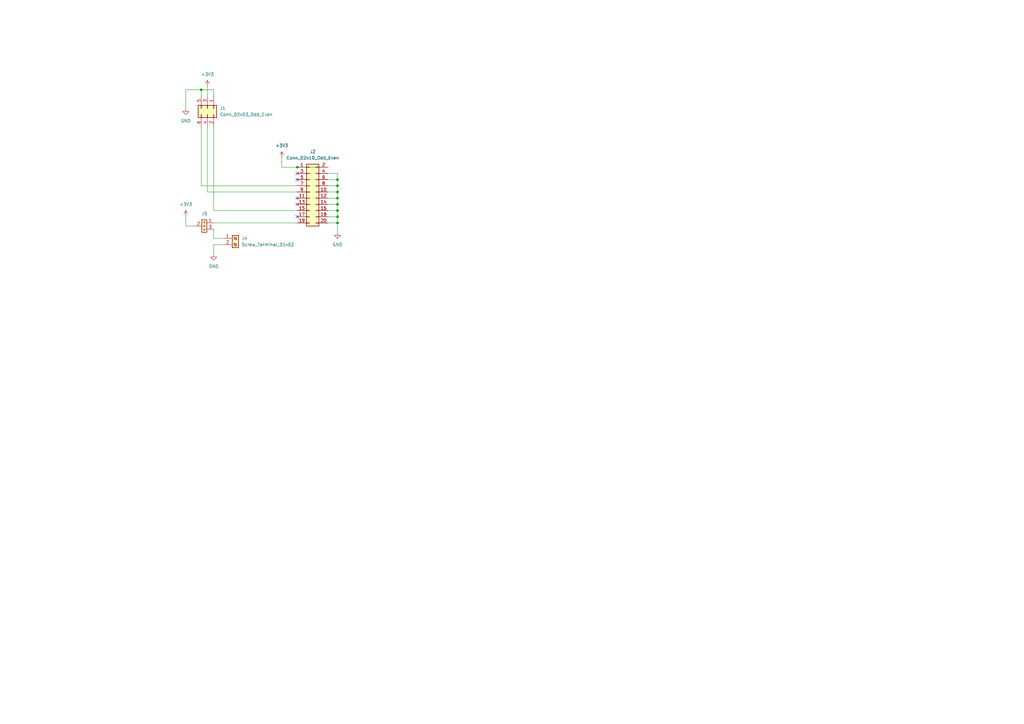
<source format=kicad_sch>
(kicad_sch (version 20230121) (generator eeschema)

  (uuid 1f7725d5-ce5c-46ec-97de-0f35952beb3f)

  (paper "A3")

  (lib_symbols
    (symbol "Connector:Screw_Terminal_01x02" (pin_names (offset 1.016) hide) (in_bom yes) (on_board yes)
      (property "Reference" "J" (at 0 2.54 0)
        (effects (font (size 1.27 1.27)))
      )
      (property "Value" "Screw_Terminal_01x02" (at 0 -5.08 0)
        (effects (font (size 1.27 1.27)))
      )
      (property "Footprint" "" (at 0 0 0)
        (effects (font (size 1.27 1.27)) hide)
      )
      (property "Datasheet" "~" (at 0 0 0)
        (effects (font (size 1.27 1.27)) hide)
      )
      (property "ki_keywords" "screw terminal" (at 0 0 0)
        (effects (font (size 1.27 1.27)) hide)
      )
      (property "ki_description" "Generic screw terminal, single row, 01x02, script generated (kicad-library-utils/schlib/autogen/connector/)" (at 0 0 0)
        (effects (font (size 1.27 1.27)) hide)
      )
      (property "ki_fp_filters" "TerminalBlock*:*" (at 0 0 0)
        (effects (font (size 1.27 1.27)) hide)
      )
      (symbol "Screw_Terminal_01x02_1_1"
        (rectangle (start -1.27 1.27) (end 1.27 -3.81)
          (stroke (width 0.254) (type default))
          (fill (type background))
        )
        (circle (center 0 -2.54) (radius 0.635)
          (stroke (width 0.1524) (type default))
          (fill (type none))
        )
        (polyline
          (pts
            (xy -0.5334 -2.2098)
            (xy 0.3302 -3.048)
          )
          (stroke (width 0.1524) (type default))
          (fill (type none))
        )
        (polyline
          (pts
            (xy -0.5334 0.3302)
            (xy 0.3302 -0.508)
          )
          (stroke (width 0.1524) (type default))
          (fill (type none))
        )
        (polyline
          (pts
            (xy -0.3556 -2.032)
            (xy 0.508 -2.8702)
          )
          (stroke (width 0.1524) (type default))
          (fill (type none))
        )
        (polyline
          (pts
            (xy -0.3556 0.508)
            (xy 0.508 -0.3302)
          )
          (stroke (width 0.1524) (type default))
          (fill (type none))
        )
        (circle (center 0 0) (radius 0.635)
          (stroke (width 0.1524) (type default))
          (fill (type none))
        )
        (pin passive line (at -5.08 0 0) (length 3.81)
          (name "Pin_1" (effects (font (size 1.27 1.27))))
          (number "1" (effects (font (size 1.27 1.27))))
        )
        (pin passive line (at -5.08 -2.54 0) (length 3.81)
          (name "Pin_2" (effects (font (size 1.27 1.27))))
          (number "2" (effects (font (size 1.27 1.27))))
        )
      )
    )
    (symbol "Connector_Generic:Conn_02x03_Odd_Even" (pin_names (offset 1.016) hide) (in_bom yes) (on_board yes)
      (property "Reference" "J" (at 1.27 5.08 0)
        (effects (font (size 1.27 1.27)))
      )
      (property "Value" "Conn_02x03_Odd_Even" (at 1.27 -5.08 0)
        (effects (font (size 1.27 1.27)))
      )
      (property "Footprint" "" (at 0 0 0)
        (effects (font (size 1.27 1.27)) hide)
      )
      (property "Datasheet" "~" (at 0 0 0)
        (effects (font (size 1.27 1.27)) hide)
      )
      (property "ki_keywords" "connector" (at 0 0 0)
        (effects (font (size 1.27 1.27)) hide)
      )
      (property "ki_description" "Generic connector, double row, 02x03, odd/even pin numbering scheme (row 1 odd numbers, row 2 even numbers), script generated (kicad-library-utils/schlib/autogen/connector/)" (at 0 0 0)
        (effects (font (size 1.27 1.27)) hide)
      )
      (property "ki_fp_filters" "Connector*:*_2x??_*" (at 0 0 0)
        (effects (font (size 1.27 1.27)) hide)
      )
      (symbol "Conn_02x03_Odd_Even_1_1"
        (rectangle (start -1.27 -2.413) (end 0 -2.667)
          (stroke (width 0.1524) (type default))
          (fill (type none))
        )
        (rectangle (start -1.27 0.127) (end 0 -0.127)
          (stroke (width 0.1524) (type default))
          (fill (type none))
        )
        (rectangle (start -1.27 2.667) (end 0 2.413)
          (stroke (width 0.1524) (type default))
          (fill (type none))
        )
        (rectangle (start -1.27 3.81) (end 3.81 -3.81)
          (stroke (width 0.254) (type default))
          (fill (type background))
        )
        (rectangle (start 3.81 -2.413) (end 2.54 -2.667)
          (stroke (width 0.1524) (type default))
          (fill (type none))
        )
        (rectangle (start 3.81 0.127) (end 2.54 -0.127)
          (stroke (width 0.1524) (type default))
          (fill (type none))
        )
        (rectangle (start 3.81 2.667) (end 2.54 2.413)
          (stroke (width 0.1524) (type default))
          (fill (type none))
        )
        (pin passive line (at -5.08 2.54 0) (length 3.81)
          (name "Pin_1" (effects (font (size 1.27 1.27))))
          (number "1" (effects (font (size 1.27 1.27))))
        )
        (pin passive line (at 7.62 2.54 180) (length 3.81)
          (name "Pin_2" (effects (font (size 1.27 1.27))))
          (number "2" (effects (font (size 1.27 1.27))))
        )
        (pin passive line (at -5.08 0 0) (length 3.81)
          (name "Pin_3" (effects (font (size 1.27 1.27))))
          (number "3" (effects (font (size 1.27 1.27))))
        )
        (pin passive line (at 7.62 0 180) (length 3.81)
          (name "Pin_4" (effects (font (size 1.27 1.27))))
          (number "4" (effects (font (size 1.27 1.27))))
        )
        (pin passive line (at -5.08 -2.54 0) (length 3.81)
          (name "Pin_5" (effects (font (size 1.27 1.27))))
          (number "5" (effects (font (size 1.27 1.27))))
        )
        (pin passive line (at 7.62 -2.54 180) (length 3.81)
          (name "Pin_6" (effects (font (size 1.27 1.27))))
          (number "6" (effects (font (size 1.27 1.27))))
        )
      )
    )
    (symbol "Connector_Generic:Conn_02x10_Odd_Even" (pin_names (offset 1.016) hide) (in_bom yes) (on_board yes)
      (property "Reference" "J" (at 1.27 12.7 0)
        (effects (font (size 1.27 1.27)))
      )
      (property "Value" "Conn_02x10_Odd_Even" (at 1.27 -15.24 0)
        (effects (font (size 1.27 1.27)))
      )
      (property "Footprint" "" (at 0 0 0)
        (effects (font (size 1.27 1.27)) hide)
      )
      (property "Datasheet" "~" (at 0 0 0)
        (effects (font (size 1.27 1.27)) hide)
      )
      (property "ki_keywords" "connector" (at 0 0 0)
        (effects (font (size 1.27 1.27)) hide)
      )
      (property "ki_description" "Generic connector, double row, 02x10, odd/even pin numbering scheme (row 1 odd numbers, row 2 even numbers), script generated (kicad-library-utils/schlib/autogen/connector/)" (at 0 0 0)
        (effects (font (size 1.27 1.27)) hide)
      )
      (property "ki_fp_filters" "Connector*:*_2x??_*" (at 0 0 0)
        (effects (font (size 1.27 1.27)) hide)
      )
      (symbol "Conn_02x10_Odd_Even_1_1"
        (rectangle (start -1.27 -12.573) (end 0 -12.827)
          (stroke (width 0.1524) (type default))
          (fill (type none))
        )
        (rectangle (start -1.27 -10.033) (end 0 -10.287)
          (stroke (width 0.1524) (type default))
          (fill (type none))
        )
        (rectangle (start -1.27 -7.493) (end 0 -7.747)
          (stroke (width 0.1524) (type default))
          (fill (type none))
        )
        (rectangle (start -1.27 -4.953) (end 0 -5.207)
          (stroke (width 0.1524) (type default))
          (fill (type none))
        )
        (rectangle (start -1.27 -2.413) (end 0 -2.667)
          (stroke (width 0.1524) (type default))
          (fill (type none))
        )
        (rectangle (start -1.27 0.127) (end 0 -0.127)
          (stroke (width 0.1524) (type default))
          (fill (type none))
        )
        (rectangle (start -1.27 2.667) (end 0 2.413)
          (stroke (width 0.1524) (type default))
          (fill (type none))
        )
        (rectangle (start -1.27 5.207) (end 0 4.953)
          (stroke (width 0.1524) (type default))
          (fill (type none))
        )
        (rectangle (start -1.27 7.747) (end 0 7.493)
          (stroke (width 0.1524) (type default))
          (fill (type none))
        )
        (rectangle (start -1.27 10.287) (end 0 10.033)
          (stroke (width 0.1524) (type default))
          (fill (type none))
        )
        (rectangle (start -1.27 11.43) (end 3.81 -13.97)
          (stroke (width 0.254) (type default))
          (fill (type background))
        )
        (rectangle (start 3.81 -12.573) (end 2.54 -12.827)
          (stroke (width 0.1524) (type default))
          (fill (type none))
        )
        (rectangle (start 3.81 -10.033) (end 2.54 -10.287)
          (stroke (width 0.1524) (type default))
          (fill (type none))
        )
        (rectangle (start 3.81 -7.493) (end 2.54 -7.747)
          (stroke (width 0.1524) (type default))
          (fill (type none))
        )
        (rectangle (start 3.81 -4.953) (end 2.54 -5.207)
          (stroke (width 0.1524) (type default))
          (fill (type none))
        )
        (rectangle (start 3.81 -2.413) (end 2.54 -2.667)
          (stroke (width 0.1524) (type default))
          (fill (type none))
        )
        (rectangle (start 3.81 0.127) (end 2.54 -0.127)
          (stroke (width 0.1524) (type default))
          (fill (type none))
        )
        (rectangle (start 3.81 2.667) (end 2.54 2.413)
          (stroke (width 0.1524) (type default))
          (fill (type none))
        )
        (rectangle (start 3.81 5.207) (end 2.54 4.953)
          (stroke (width 0.1524) (type default))
          (fill (type none))
        )
        (rectangle (start 3.81 7.747) (end 2.54 7.493)
          (stroke (width 0.1524) (type default))
          (fill (type none))
        )
        (rectangle (start 3.81 10.287) (end 2.54 10.033)
          (stroke (width 0.1524) (type default))
          (fill (type none))
        )
        (pin passive line (at -5.08 10.16 0) (length 3.81)
          (name "Pin_1" (effects (font (size 1.27 1.27))))
          (number "1" (effects (font (size 1.27 1.27))))
        )
        (pin passive line (at 7.62 0 180) (length 3.81)
          (name "Pin_10" (effects (font (size 1.27 1.27))))
          (number "10" (effects (font (size 1.27 1.27))))
        )
        (pin passive line (at -5.08 -2.54 0) (length 3.81)
          (name "Pin_11" (effects (font (size 1.27 1.27))))
          (number "11" (effects (font (size 1.27 1.27))))
        )
        (pin passive line (at 7.62 -2.54 180) (length 3.81)
          (name "Pin_12" (effects (font (size 1.27 1.27))))
          (number "12" (effects (font (size 1.27 1.27))))
        )
        (pin passive line (at -5.08 -5.08 0) (length 3.81)
          (name "Pin_13" (effects (font (size 1.27 1.27))))
          (number "13" (effects (font (size 1.27 1.27))))
        )
        (pin passive line (at 7.62 -5.08 180) (length 3.81)
          (name "Pin_14" (effects (font (size 1.27 1.27))))
          (number "14" (effects (font (size 1.27 1.27))))
        )
        (pin passive line (at -5.08 -7.62 0) (length 3.81)
          (name "Pin_15" (effects (font (size 1.27 1.27))))
          (number "15" (effects (font (size 1.27 1.27))))
        )
        (pin passive line (at 7.62 -7.62 180) (length 3.81)
          (name "Pin_16" (effects (font (size 1.27 1.27))))
          (number "16" (effects (font (size 1.27 1.27))))
        )
        (pin passive line (at -5.08 -10.16 0) (length 3.81)
          (name "Pin_17" (effects (font (size 1.27 1.27))))
          (number "17" (effects (font (size 1.27 1.27))))
        )
        (pin passive line (at 7.62 -10.16 180) (length 3.81)
          (name "Pin_18" (effects (font (size 1.27 1.27))))
          (number "18" (effects (font (size 1.27 1.27))))
        )
        (pin passive line (at -5.08 -12.7 0) (length 3.81)
          (name "Pin_19" (effects (font (size 1.27 1.27))))
          (number "19" (effects (font (size 1.27 1.27))))
        )
        (pin passive line (at 7.62 10.16 180) (length 3.81)
          (name "Pin_2" (effects (font (size 1.27 1.27))))
          (number "2" (effects (font (size 1.27 1.27))))
        )
        (pin passive line (at 7.62 -12.7 180) (length 3.81)
          (name "Pin_20" (effects (font (size 1.27 1.27))))
          (number "20" (effects (font (size 1.27 1.27))))
        )
        (pin passive line (at -5.08 7.62 0) (length 3.81)
          (name "Pin_3" (effects (font (size 1.27 1.27))))
          (number "3" (effects (font (size 1.27 1.27))))
        )
        (pin passive line (at 7.62 7.62 180) (length 3.81)
          (name "Pin_4" (effects (font (size 1.27 1.27))))
          (number "4" (effects (font (size 1.27 1.27))))
        )
        (pin passive line (at -5.08 5.08 0) (length 3.81)
          (name "Pin_5" (effects (font (size 1.27 1.27))))
          (number "5" (effects (font (size 1.27 1.27))))
        )
        (pin passive line (at 7.62 5.08 180) (length 3.81)
          (name "Pin_6" (effects (font (size 1.27 1.27))))
          (number "6" (effects (font (size 1.27 1.27))))
        )
        (pin passive line (at -5.08 2.54 0) (length 3.81)
          (name "Pin_7" (effects (font (size 1.27 1.27))))
          (number "7" (effects (font (size 1.27 1.27))))
        )
        (pin passive line (at 7.62 2.54 180) (length 3.81)
          (name "Pin_8" (effects (font (size 1.27 1.27))))
          (number "8" (effects (font (size 1.27 1.27))))
        )
        (pin passive line (at -5.08 0 0) (length 3.81)
          (name "Pin_9" (effects (font (size 1.27 1.27))))
          (number "9" (effects (font (size 1.27 1.27))))
        )
      )
    )
    (symbol "kiu:1x03_Jumper" (in_bom yes) (on_board yes)
      (property "Reference" "J" (at 3.81 0 0)
        (effects (font (size 1.27 1.27)))
      )
      (property "Value" "1x03_Jumper" (at 11.43 0 0)
        (effects (font (size 1.27 1.27)) hide)
      )
      (property "Footprint" "" (at 0 0 0)
        (effects (font (size 1.27 1.27)) hide)
      )
      (property "Datasheet" "" (at 0 0 0)
        (effects (font (size 1.27 1.27)) hide)
      )
      (symbol "1x03_Jumper_0_1"
        (rectangle (start -1.778 0.254) (end -1.27 -0.254)
          (stroke (width 0.1524) (type default))
          (fill (type none))
        )
        (rectangle (start -0.254 0.254) (end 0.254 -0.254)
          (stroke (width 0.1524) (type default))
          (fill (type none))
        )
        (rectangle (start 1.27 0.254) (end 1.778 -0.254)
          (stroke (width 0.1524) (type default))
          (fill (type none))
        )
      )
      (symbol "1x03_Jumper_1_1"
        (rectangle (start -2.54 1.016) (end 2.54 -1.016)
          (stroke (width 0.254) (type default))
          (fill (type background))
        )
        (pin passive line (at 1.27 -3.81 90) (length 2.79)
          (name "" (effects (font (size 1.27 1.27))))
          (number "1" (effects (font (size 1.27 1.27))))
        )
        (pin passive line (at 0 3.81 270) (length 2.79)
          (name "" (effects (font (size 1.27 1.27))))
          (number "2" (effects (font (size 1.27 1.27))))
        )
        (pin passive line (at -1.27 -3.81 90) (length 2.79)
          (name "" (effects (font (size 1.27 1.27))))
          (number "3" (effects (font (size 1.27 1.27))))
        )
      )
    )
    (symbol "power:+3V3" (power) (pin_names (offset 0)) (in_bom yes) (on_board yes)
      (property "Reference" "#PWR" (at 0 -3.81 0)
        (effects (font (size 1.27 1.27)) hide)
      )
      (property "Value" "+3V3" (at 0 3.556 0)
        (effects (font (size 1.27 1.27)))
      )
      (property "Footprint" "" (at 0 0 0)
        (effects (font (size 1.27 1.27)) hide)
      )
      (property "Datasheet" "" (at 0 0 0)
        (effects (font (size 1.27 1.27)) hide)
      )
      (property "ki_keywords" "global power" (at 0 0 0)
        (effects (font (size 1.27 1.27)) hide)
      )
      (property "ki_description" "Power symbol creates a global label with name \"+3V3\"" (at 0 0 0)
        (effects (font (size 1.27 1.27)) hide)
      )
      (symbol "+3V3_0_1"
        (polyline
          (pts
            (xy -0.762 1.27)
            (xy 0 2.54)
          )
          (stroke (width 0) (type default))
          (fill (type none))
        )
        (polyline
          (pts
            (xy 0 0)
            (xy 0 2.54)
          )
          (stroke (width 0) (type default))
          (fill (type none))
        )
        (polyline
          (pts
            (xy 0 2.54)
            (xy 0.762 1.27)
          )
          (stroke (width 0) (type default))
          (fill (type none))
        )
      )
      (symbol "+3V3_1_1"
        (pin power_in line (at 0 0 90) (length 0) hide
          (name "+3V3" (effects (font (size 1.27 1.27))))
          (number "1" (effects (font (size 1.27 1.27))))
        )
      )
    )
    (symbol "power:GND" (power) (pin_names (offset 0)) (in_bom yes) (on_board yes)
      (property "Reference" "#PWR" (at 0 -6.35 0)
        (effects (font (size 1.27 1.27)) hide)
      )
      (property "Value" "GND" (at 0 -3.81 0)
        (effects (font (size 1.27 1.27)))
      )
      (property "Footprint" "" (at 0 0 0)
        (effects (font (size 1.27 1.27)) hide)
      )
      (property "Datasheet" "" (at 0 0 0)
        (effects (font (size 1.27 1.27)) hide)
      )
      (property "ki_keywords" "global power" (at 0 0 0)
        (effects (font (size 1.27 1.27)) hide)
      )
      (property "ki_description" "Power symbol creates a global label with name \"GND\" , ground" (at 0 0 0)
        (effects (font (size 1.27 1.27)) hide)
      )
      (symbol "GND_0_1"
        (polyline
          (pts
            (xy 0 0)
            (xy 0 -1.27)
            (xy 1.27 -1.27)
            (xy 0 -2.54)
            (xy -1.27 -1.27)
            (xy 0 -1.27)
          )
          (stroke (width 0) (type default))
          (fill (type none))
        )
      )
      (symbol "GND_1_1"
        (pin power_in line (at 0 0 270) (length 0) hide
          (name "GND" (effects (font (size 1.27 1.27))))
          (number "1" (effects (font (size 1.27 1.27))))
        )
      )
    )
  )

  (junction (at 138.43 86.36) (diameter 0) (color 0 0 0 0)
    (uuid 0892289a-3098-42cd-b609-daff2ae6b523)
  )
  (junction (at 138.43 81.28) (diameter 0) (color 0 0 0 0)
    (uuid 202ac981-0de8-4a32-875d-b43a39d220e5)
  )
  (junction (at 82.55 36.83) (diameter 0) (color 0 0 0 0)
    (uuid 5179c69b-50db-4b24-a4b2-46bc20470482)
  )
  (junction (at 138.43 83.82) (diameter 0) (color 0 0 0 0)
    (uuid 58507d22-5e8e-493d-8ebe-1b905c8f325d)
  )
  (junction (at 138.43 73.66) (diameter 0) (color 0 0 0 0)
    (uuid 61e75683-7f86-4681-914e-d138b00723d0)
  )
  (junction (at 138.43 76.2) (diameter 0) (color 0 0 0 0)
    (uuid 6bf82f10-ffd4-481e-9b09-563dddac8414)
  )
  (junction (at 138.43 78.74) (diameter 0) (color 0 0 0 0)
    (uuid 6db32675-f2fa-4897-b839-e55d14c8cd79)
  )
  (junction (at 138.43 88.9) (diameter 0) (color 0 0 0 0)
    (uuid cbbf55ba-bb2a-4db4-b81d-ffbb375b12d7)
  )
  (junction (at 121.92 68.58) (diameter 0) (color 0 0 0 0)
    (uuid e8221462-80ed-4567-8235-c0ae382255d4)
  )
  (junction (at 138.43 91.44) (diameter 0) (color 0 0 0 0)
    (uuid f7433187-aa7f-4308-beef-6b8009028a3f)
  )

  (no_connect (at 121.92 81.28) (uuid 10fa5802-60a4-4d7d-83dd-f94bf0afbe7b))
  (no_connect (at 121.92 83.82) (uuid 14799d8e-cb23-4981-840c-4946be7f89ef))
  (no_connect (at 121.92 73.66) (uuid 2b69ba21-48f1-4feb-9e57-a273762f35e7))
  (no_connect (at 121.92 88.9) (uuid 76016de3-24e6-4f32-8cc1-cedc8cd9b6f5))
  (no_connect (at 121.92 71.12) (uuid eb0bfc31-e790-4b55-9531-ebf7cdac59f5))

  (wire (pts (xy 134.62 71.12) (xy 138.43 71.12))
    (stroke (width 0) (type default))
    (uuid 0f70970d-2504-4d2c-ae77-2540f8c24001)
  )
  (wire (pts (xy 138.43 71.12) (xy 138.43 73.66))
    (stroke (width 0) (type default))
    (uuid 10c2ffdc-798a-4401-b648-f5d929577b61)
  )
  (wire (pts (xy 85.09 78.74) (xy 85.09 52.07))
    (stroke (width 0) (type default))
    (uuid 1c599678-cfa4-47d1-a015-c8647a5bef1d)
  )
  (wire (pts (xy 138.43 91.44) (xy 138.43 95.25))
    (stroke (width 0) (type default))
    (uuid 267a81ec-4c7f-4b2e-9697-383938ff238e)
  )
  (wire (pts (xy 91.44 97.79) (xy 87.63 97.79))
    (stroke (width 0) (type default))
    (uuid 32a4082e-81fa-4d43-9f84-b927c9ff4a4f)
  )
  (wire (pts (xy 138.43 76.2) (xy 138.43 78.74))
    (stroke (width 0) (type default))
    (uuid 33aecb6c-acae-43b6-b316-0e1768775110)
  )
  (wire (pts (xy 76.2 92.71) (xy 80.01 92.71))
    (stroke (width 0) (type default))
    (uuid 389f38ef-d6f1-4ba0-98a8-91b1e0626aa7)
  )
  (wire (pts (xy 138.43 73.66) (xy 138.43 76.2))
    (stroke (width 0) (type default))
    (uuid 39032d0b-a201-4fbd-ae49-e39fc3aa2f7f)
  )
  (wire (pts (xy 134.62 81.28) (xy 138.43 81.28))
    (stroke (width 0) (type default))
    (uuid 3959093b-aefe-47b9-bfe3-460f2787f5d6)
  )
  (wire (pts (xy 138.43 86.36) (xy 138.43 88.9))
    (stroke (width 0) (type default))
    (uuid 3ba32d81-9b9f-456f-a478-8f1dbff3a536)
  )
  (wire (pts (xy 85.09 39.37) (xy 85.09 35.56))
    (stroke (width 0) (type default))
    (uuid 4e579516-0835-4e46-81e5-ebdf2f1cf4ca)
  )
  (wire (pts (xy 115.57 68.58) (xy 115.57 64.77))
    (stroke (width 0) (type default))
    (uuid 5664179b-d3c5-4608-a0b6-c76f195ab42f)
  )
  (wire (pts (xy 134.62 76.2) (xy 138.43 76.2))
    (stroke (width 0) (type default))
    (uuid 6023551d-88a8-4ae9-ab01-1a6c65651805)
  )
  (wire (pts (xy 76.2 92.71) (xy 76.2 88.9))
    (stroke (width 0) (type default))
    (uuid 613855cd-5547-415d-b706-b62702f2e80d)
  )
  (wire (pts (xy 134.62 73.66) (xy 138.43 73.66))
    (stroke (width 0) (type default))
    (uuid 63cf1102-1813-468b-aa0d-33429a199ea7)
  )
  (wire (pts (xy 82.55 36.83) (xy 82.55 39.37))
    (stroke (width 0) (type default))
    (uuid 694896d4-2d2f-4ae0-8419-efa58f5d9e57)
  )
  (wire (pts (xy 82.55 76.2) (xy 121.92 76.2))
    (stroke (width 0) (type default))
    (uuid 725e780c-90ff-410e-83f5-8cc248ae0ef2)
  )
  (wire (pts (xy 115.57 68.58) (xy 121.92 68.58))
    (stroke (width 0) (type default))
    (uuid 77e3557b-f0d6-452a-9dd2-eb508ca7847e)
  )
  (wire (pts (xy 121.92 86.36) (xy 87.63 86.36))
    (stroke (width 0) (type default))
    (uuid 7bb5a087-577f-4db7-b467-af3afdb1d64e)
  )
  (wire (pts (xy 87.63 86.36) (xy 87.63 52.07))
    (stroke (width 0) (type default))
    (uuid 7f1cfa5c-0bca-4ca0-80ac-516703e107df)
  )
  (wire (pts (xy 76.2 36.83) (xy 76.2 44.45))
    (stroke (width 0) (type default))
    (uuid 806a5e57-cba3-4c69-bd77-f01cf1a88c4f)
  )
  (wire (pts (xy 87.63 100.33) (xy 87.63 104.14))
    (stroke (width 0) (type default))
    (uuid 81ff0fe2-6b84-4a1f-ae62-5c0c4fca3bf2)
  )
  (wire (pts (xy 87.63 91.44) (xy 121.92 91.44))
    (stroke (width 0) (type default))
    (uuid 841ef831-8585-486e-94b4-66d575c24004)
  )
  (wire (pts (xy 138.43 88.9) (xy 138.43 91.44))
    (stroke (width 0) (type default))
    (uuid 87bf9919-c28b-4615-9e48-798bfc2fb3f1)
  )
  (wire (pts (xy 82.55 76.2) (xy 82.55 52.07))
    (stroke (width 0) (type default))
    (uuid 93992e8a-7c62-4319-aaa3-d39ccafd353f)
  )
  (wire (pts (xy 121.92 68.58) (xy 134.62 68.58))
    (stroke (width 0) (type default))
    (uuid 9444010e-5b12-423d-8729-136dd091e41b)
  )
  (wire (pts (xy 134.62 86.36) (xy 138.43 86.36))
    (stroke (width 0) (type default))
    (uuid 9b961a6d-664e-4940-87b4-6248741d3e9d)
  )
  (wire (pts (xy 87.63 36.83) (xy 87.63 39.37))
    (stroke (width 0) (type default))
    (uuid a7fa470f-7560-4b31-8f88-93f35fc6c659)
  )
  (wire (pts (xy 138.43 78.74) (xy 138.43 81.28))
    (stroke (width 0) (type default))
    (uuid abcf844e-f0b1-45a9-98c0-25abba0ece72)
  )
  (wire (pts (xy 134.62 78.74) (xy 138.43 78.74))
    (stroke (width 0) (type default))
    (uuid b812f490-9724-4edc-a8fe-864de119473f)
  )
  (wire (pts (xy 76.2 36.83) (xy 82.55 36.83))
    (stroke (width 0) (type default))
    (uuid bcf31ca7-71df-4b8d-8321-aa9e02a0765e)
  )
  (wire (pts (xy 121.92 78.74) (xy 85.09 78.74))
    (stroke (width 0) (type default))
    (uuid c2683363-018b-49fe-b273-4eea1f09809f)
  )
  (wire (pts (xy 134.62 88.9) (xy 138.43 88.9))
    (stroke (width 0) (type default))
    (uuid c60fdf0e-06ae-4a1d-90e3-7b19ddc8e73b)
  )
  (wire (pts (xy 134.62 91.44) (xy 138.43 91.44))
    (stroke (width 0) (type default))
    (uuid c66e31f2-db52-4b95-8bd7-e96da4c65bb9)
  )
  (wire (pts (xy 138.43 81.28) (xy 138.43 83.82))
    (stroke (width 0) (type default))
    (uuid d5623bfb-7f2f-4e1b-81db-1d17875aba97)
  )
  (wire (pts (xy 134.62 83.82) (xy 138.43 83.82))
    (stroke (width 0) (type default))
    (uuid d56992e7-2572-461d-8474-204ef2df1daf)
  )
  (wire (pts (xy 138.43 83.82) (xy 138.43 86.36))
    (stroke (width 0) (type default))
    (uuid de911470-cd8f-4eb4-895e-f3a8e1dc9c49)
  )
  (wire (pts (xy 91.44 100.33) (xy 87.63 100.33))
    (stroke (width 0) (type default))
    (uuid ebb69dc2-f11f-430a-9b6b-2409a3148d5d)
  )
  (wire (pts (xy 82.55 36.83) (xy 87.63 36.83))
    (stroke (width 0) (type default))
    (uuid f3c06f2f-8d7a-4247-9ca7-8e1cfcd7a6fd)
  )
  (wire (pts (xy 87.63 97.79) (xy 87.63 93.98))
    (stroke (width 0) (type default))
    (uuid f8ec0acd-db64-44dd-bc99-a12611cf5748)
  )

  (symbol (lib_id "power:+3V3") (at 76.2 88.9 0) (unit 1)
    (in_bom yes) (on_board yes) (dnp no) (fields_autoplaced)
    (uuid 09813a90-b8fa-4f29-86ab-6785cde26bf8)
    (property "Reference" "#PWR04" (at 76.2 92.71 0)
      (effects (font (size 1.27 1.27)) hide)
    )
    (property "Value" "+3V3" (at 76.2 83.82 0)
      (effects (font (size 1.27 1.27)))
    )
    (property "Footprint" "" (at 76.2 88.9 0)
      (effects (font (size 1.27 1.27)) hide)
    )
    (property "Datasheet" "" (at 76.2 88.9 0)
      (effects (font (size 1.27 1.27)) hide)
    )
    (pin "1" (uuid 0ee490ed-a52f-483d-bab9-bfb60f54fff8))
    (instances
      (project "st-swd-thin"
        (path "/1f7725d5-ce5c-46ec-97de-0f35952beb3f"
          (reference "#PWR04") (unit 1)
        )
      )
    )
  )

  (symbol (lib_id "power:GND") (at 76.2 44.45 0) (unit 1)
    (in_bom yes) (on_board yes) (dnp no) (fields_autoplaced)
    (uuid 121f55e6-ce18-4c0d-88d7-9e1e9393d0be)
    (property "Reference" "#PWR02" (at 76.2 50.8 0)
      (effects (font (size 1.27 1.27)) hide)
    )
    (property "Value" "GND" (at 76.2 49.53 0)
      (effects (font (size 1.27 1.27)))
    )
    (property "Footprint" "" (at 76.2 44.45 0)
      (effects (font (size 1.27 1.27)) hide)
    )
    (property "Datasheet" "" (at 76.2 44.45 0)
      (effects (font (size 1.27 1.27)) hide)
    )
    (pin "1" (uuid 69a7c7bc-f28a-446f-a016-46724eebbe6d))
    (instances
      (project "st-swd-thin"
        (path "/1f7725d5-ce5c-46ec-97de-0f35952beb3f"
          (reference "#PWR02") (unit 1)
        )
      )
    )
  )

  (symbol (lib_id "Connector_Generic:Conn_02x10_Odd_Even") (at 127 78.74 0) (unit 1)
    (in_bom yes) (on_board yes) (dnp no) (fields_autoplaced)
    (uuid 3b64f46b-0637-4d26-ad1c-e63145cbd9dd)
    (property "Reference" "J2" (at 128.27 62.23 0)
      (effects (font (size 1.27 1.27)))
    )
    (property "Value" "Conn_02x10_Odd_Even" (at 128.27 64.77 0)
      (effects (font (size 1.27 1.27)))
    )
    (property "Footprint" "Connector_IDC:IDC-Header_2x10_P2.54mm_Vertical" (at 127 78.74 0)
      (effects (font (size 1.27 1.27)) hide)
    )
    (property "Datasheet" "~" (at 127 78.74 0)
      (effects (font (size 1.27 1.27)) hide)
    )
    (pin "1" (uuid 38fcf38e-d96b-4224-bf15-76d745bb81a4))
    (pin "10" (uuid c54f03ed-e6e3-438b-8e69-3b908a43f484))
    (pin "11" (uuid 0388e7eb-80f3-465f-978a-5be4496d07bb))
    (pin "12" (uuid 5ed8c072-2f01-46e4-9ce8-6c56cc9cb962))
    (pin "13" (uuid 72b10f2d-aca3-4157-9908-57951a51fe09))
    (pin "14" (uuid 16c3aa88-30f5-4772-8fdf-2fe64046645d))
    (pin "15" (uuid 861a18e2-1234-42cd-b4a8-992575c6b8dc))
    (pin "16" (uuid 926d0aa6-1388-44cc-97f2-0f56b6408ced))
    (pin "17" (uuid 224cef29-aee3-4e9c-9164-e5a3f33bf776))
    (pin "18" (uuid de1cf731-40c8-44d7-8a69-1331386c900e))
    (pin "19" (uuid 7c527895-3b1d-40f6-ba59-3d1499eedcb3))
    (pin "2" (uuid 6f12ce67-9972-49a6-8904-a6e2fb859b96))
    (pin "20" (uuid 20f24fec-1618-4de7-af02-0cb0146aa899))
    (pin "3" (uuid 5af90128-2041-4e61-842b-1df64289a684))
    (pin "4" (uuid f858369a-0cc0-4520-a3e8-389601455ee2))
    (pin "5" (uuid 4bdc9ad7-9763-4cf8-aba9-a82897b251a3))
    (pin "6" (uuid eb713bd1-d934-4a3e-ad03-495c8ac6fcb7))
    (pin "7" (uuid df2efa2e-c01d-4f27-8c17-8992e9c63dda))
    (pin "8" (uuid 5e6e91ec-b9dd-4f33-b11b-464e1dc238ed))
    (pin "9" (uuid 7a91674f-11a5-42fe-84a0-d92eefe0a705))
    (instances
      (project "st-swd-thin"
        (path "/1f7725d5-ce5c-46ec-97de-0f35952beb3f"
          (reference "J2") (unit 1)
        )
      )
    )
  )

  (symbol (lib_id "power:GND") (at 138.43 95.25 0) (unit 1)
    (in_bom yes) (on_board yes) (dnp no) (fields_autoplaced)
    (uuid 5666d857-393e-4a88-a86c-dce39626612c)
    (property "Reference" "#PWR05" (at 138.43 101.6 0)
      (effects (font (size 1.27 1.27)) hide)
    )
    (property "Value" "GND" (at 138.43 100.33 0)
      (effects (font (size 1.27 1.27)))
    )
    (property "Footprint" "" (at 138.43 95.25 0)
      (effects (font (size 1.27 1.27)) hide)
    )
    (property "Datasheet" "" (at 138.43 95.25 0)
      (effects (font (size 1.27 1.27)) hide)
    )
    (pin "1" (uuid 4d226941-6d17-4adb-8858-a301b3607e2b))
    (instances
      (project "st-swd-thin"
        (path "/1f7725d5-ce5c-46ec-97de-0f35952beb3f"
          (reference "#PWR05") (unit 1)
        )
      )
    )
  )

  (symbol (lib_id "Connector_Generic:Conn_02x03_Odd_Even") (at 85.09 44.45 270) (unit 1)
    (in_bom yes) (on_board yes) (dnp no) (fields_autoplaced)
    (uuid 5eb87095-2127-403c-82ee-e7b2cbdc65b1)
    (property "Reference" "J1" (at 90.17 44.45 90)
      (effects (font (size 1.27 1.27)) (justify left))
    )
    (property "Value" "Conn_02x03_Odd_Even" (at 90.17 46.99 90)
      (effects (font (size 1.27 1.27)) (justify left))
    )
    (property "Footprint" "Connector_PinHeader_2.54mm:PinHeader_2x03_P2.54mm_Horizontal" (at 85.09 44.45 0)
      (effects (font (size 1.27 1.27)) hide)
    )
    (property "Datasheet" "~" (at 85.09 44.45 0)
      (effects (font (size 1.27 1.27)) hide)
    )
    (pin "1" (uuid d4c91efe-e563-48ee-bef8-b053cece9006))
    (pin "2" (uuid 544b8ad9-aab6-415c-90b8-05ccdacfef17))
    (pin "3" (uuid d0b5cfa2-9795-40f0-9aef-db8b17fb1c60))
    (pin "4" (uuid 86935924-bc43-43df-b3a5-11bee4c5e480))
    (pin "5" (uuid 9d7b5690-6f35-4fd0-b4fb-af089c340d7e))
    (pin "6" (uuid a0aff15c-0177-4668-8daf-a3c519353c7e))
    (instances
      (project "st-swd-thin"
        (path "/1f7725d5-ce5c-46ec-97de-0f35952beb3f"
          (reference "J1") (unit 1)
        )
      )
    )
  )

  (symbol (lib_id "kiu:1x03_Jumper") (at 83.82 92.71 90) (unit 1)
    (in_bom yes) (on_board yes) (dnp no) (fields_autoplaced)
    (uuid 6caefa67-9363-4e34-8c03-3da39b468868)
    (property "Reference" "J3" (at 83.82 87.63 90)
      (effects (font (size 1.27 1.27)))
    )
    (property "Value" "1x03_Jumper" (at 83.82 81.28 0)
      (effects (font (size 1.27 1.27)) hide)
    )
    (property "Footprint" "Connector_PinHeader_2.54mm:PinHeader_1x03_P2.54mm_Vertical" (at 83.82 92.71 0)
      (effects (font (size 1.27 1.27)) hide)
    )
    (property "Datasheet" "" (at 83.82 92.71 0)
      (effects (font (size 1.27 1.27)) hide)
    )
    (pin "1" (uuid 388fcf36-96ac-4bac-8176-7d873eee8bf6))
    (pin "2" (uuid 812d4948-ad85-4b63-b238-4125e10eb628))
    (pin "3" (uuid 74ff81a7-208c-4633-b9fb-7e776e026bae))
    (instances
      (project "st-swd-thin"
        (path "/1f7725d5-ce5c-46ec-97de-0f35952beb3f"
          (reference "J3") (unit 1)
        )
      )
    )
  )

  (symbol (lib_id "power:+3V3") (at 115.57 64.77 0) (unit 1)
    (in_bom yes) (on_board yes) (dnp no) (fields_autoplaced)
    (uuid 755ed760-c98a-45bc-824b-c3f10e99233e)
    (property "Reference" "#PWR03" (at 115.57 68.58 0)
      (effects (font (size 1.27 1.27)) hide)
    )
    (property "Value" "+3V3" (at 115.57 59.69 0)
      (effects (font (size 1.27 1.27)))
    )
    (property "Footprint" "" (at 115.57 64.77 0)
      (effects (font (size 1.27 1.27)) hide)
    )
    (property "Datasheet" "" (at 115.57 64.77 0)
      (effects (font (size 1.27 1.27)) hide)
    )
    (pin "1" (uuid 55546ec4-0f0a-4d26-bd33-757853861d00))
    (instances
      (project "st-swd-thin"
        (path "/1f7725d5-ce5c-46ec-97de-0f35952beb3f"
          (reference "#PWR03") (unit 1)
        )
      )
    )
  )

  (symbol (lib_id "Connector:Screw_Terminal_01x02") (at 96.52 97.79 0) (unit 1)
    (in_bom yes) (on_board yes) (dnp no) (fields_autoplaced)
    (uuid 9dac05e6-4713-4e90-b2c1-7c0a837696ba)
    (property "Reference" "J4" (at 99.06 97.79 0)
      (effects (font (size 1.27 1.27)) (justify left))
    )
    (property "Value" "Screw_Terminal_01x02" (at 99.06 100.33 0)
      (effects (font (size 1.27 1.27)) (justify left))
    )
    (property "Footprint" "TerminalBlock:TerminalBlock_bornier-2_P5.08mm" (at 96.52 97.79 0)
      (effects (font (size 1.27 1.27)) hide)
    )
    (property "Datasheet" "~" (at 96.52 97.79 0)
      (effects (font (size 1.27 1.27)) hide)
    )
    (pin "1" (uuid 4df84b0e-f5ed-4a8c-b302-1815d3b25c3f))
    (pin "2" (uuid ccb13f08-843c-4477-aacc-affa492108dc))
    (instances
      (project "st-swd-thin"
        (path "/1f7725d5-ce5c-46ec-97de-0f35952beb3f"
          (reference "J4") (unit 1)
        )
      )
    )
  )

  (symbol (lib_id "power:GND") (at 87.63 104.14 0) (unit 1)
    (in_bom yes) (on_board yes) (dnp no) (fields_autoplaced)
    (uuid c0306057-7cc6-499e-9aac-3ad38ee3f0c2)
    (property "Reference" "#PWR06" (at 87.63 110.49 0)
      (effects (font (size 1.27 1.27)) hide)
    )
    (property "Value" "GND" (at 87.63 109.22 0)
      (effects (font (size 1.27 1.27)))
    )
    (property "Footprint" "" (at 87.63 104.14 0)
      (effects (font (size 1.27 1.27)) hide)
    )
    (property "Datasheet" "" (at 87.63 104.14 0)
      (effects (font (size 1.27 1.27)) hide)
    )
    (pin "1" (uuid 7f62f623-ab54-479b-808e-531cf871f5e0))
    (instances
      (project "st-swd-thin"
        (path "/1f7725d5-ce5c-46ec-97de-0f35952beb3f"
          (reference "#PWR06") (unit 1)
        )
      )
    )
  )

  (symbol (lib_id "power:+3V3") (at 85.09 35.56 0) (unit 1)
    (in_bom yes) (on_board yes) (dnp no) (fields_autoplaced)
    (uuid e3c09a5d-8d06-44f6-9e3f-48a336728105)
    (property "Reference" "#PWR01" (at 85.09 39.37 0)
      (effects (font (size 1.27 1.27)) hide)
    )
    (property "Value" "+3V3" (at 85.09 30.48 0)
      (effects (font (size 1.27 1.27)))
    )
    (property "Footprint" "" (at 85.09 35.56 0)
      (effects (font (size 1.27 1.27)) hide)
    )
    (property "Datasheet" "" (at 85.09 35.56 0)
      (effects (font (size 1.27 1.27)) hide)
    )
    (pin "1" (uuid 3b21e026-f75d-4399-942e-4f7bab5372f2))
    (instances
      (project "st-swd-thin"
        (path "/1f7725d5-ce5c-46ec-97de-0f35952beb3f"
          (reference "#PWR01") (unit 1)
        )
      )
    )
  )

  (sheet_instances
    (path "/" (page "1"))
  )
)

</source>
